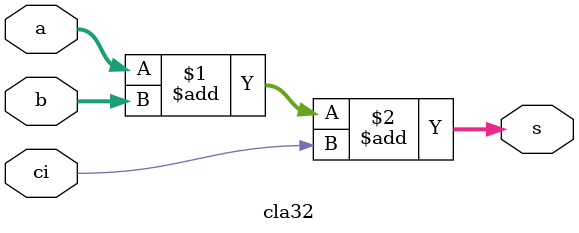
<source format=v>
`timescale 1ns / 1ps
module cla32(a,b,ci,s
    );
	input [31:0] a,b;
	input ci;
	output [31:0] s;
	assign s = a + b +ci;
endmodule

</source>
